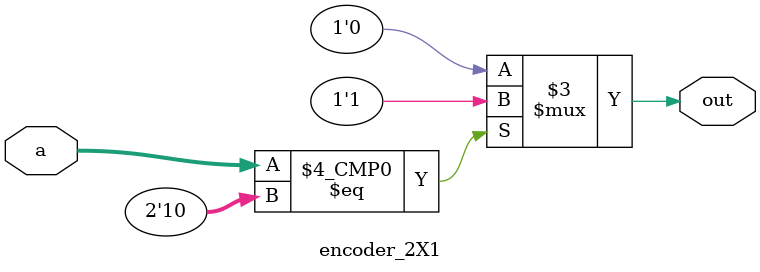
<source format=v>

module encoder_2X1(a, out);

input [1:0] a;

output reg out;

always @(*) begin
    out = 1'b0;

    case(a)
        2'b01 : out = 0; 
        2'b10 : out = 1;

        default : begin
            out = 2'b00;
        end

    endcase

end

endmodule


/*
module encoder_4X2(a, out);

input [3:0] a;

output reg [1:0] out;

always @(*) begin
    out = 2'b00;

    case(a)
        4'b0001 : out = 2'b00; // a = 4'b0001, out = 2'b00
        4'b0010 : out = 2'b01; // a = 4'b0010, out = 2'b01
        4'b0100 : out = 2'b10; // a = 4'b0100, out = 2'b10
        4'b1000 : out = 2'b11; // a = 4'b1000, out = 2'b11

        default : begin
            out = 2'b00;
        end

    endcase

end

endmodule
*/
</source>
